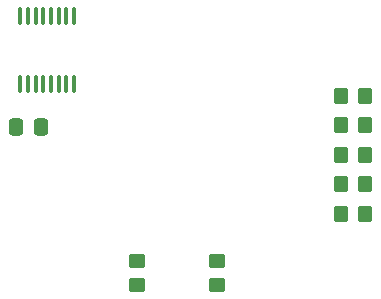
<source format=gbp>
%TF.GenerationSoftware,KiCad,Pcbnew,7.0.6*%
%TF.CreationDate,2023-07-13T14:40:27+02:00*%
%TF.ProjectId,RH_HeadLogicBoard_FreeJoy,52485f48-6561-4644-9c6f-676963426f61,rev?*%
%TF.SameCoordinates,Original*%
%TF.FileFunction,Paste,Bot*%
%TF.FilePolarity,Positive*%
%FSLAX46Y46*%
G04 Gerber Fmt 4.6, Leading zero omitted, Abs format (unit mm)*
G04 Created by KiCad (PCBNEW 7.0.6) date 2023-07-13 14:40:27*
%MOMM*%
%LPD*%
G01*
G04 APERTURE LIST*
G04 Aperture macros list*
%AMRoundRect*
0 Rectangle with rounded corners*
0 $1 Rounding radius*
0 $2 $3 $4 $5 $6 $7 $8 $9 X,Y pos of 4 corners*
0 Add a 4 corners polygon primitive as box body*
4,1,4,$2,$3,$4,$5,$6,$7,$8,$9,$2,$3,0*
0 Add four circle primitives for the rounded corners*
1,1,$1+$1,$2,$3*
1,1,$1+$1,$4,$5*
1,1,$1+$1,$6,$7*
1,1,$1+$1,$8,$9*
0 Add four rect primitives between the rounded corners*
20,1,$1+$1,$2,$3,$4,$5,0*
20,1,$1+$1,$4,$5,$6,$7,0*
20,1,$1+$1,$6,$7,$8,$9,0*
20,1,$1+$1,$8,$9,$2,$3,0*%
G04 Aperture macros list end*
%ADD10RoundRect,0.100000X-0.100000X0.637500X-0.100000X-0.637500X0.100000X-0.637500X0.100000X0.637500X0*%
%ADD11RoundRect,0.250000X-0.337500X-0.475000X0.337500X-0.475000X0.337500X0.475000X-0.337500X0.475000X0*%
%ADD12RoundRect,0.250000X-0.350000X-0.450000X0.350000X-0.450000X0.350000X0.450000X-0.350000X0.450000X0*%
%ADD13RoundRect,0.250000X0.350000X0.450000X-0.350000X0.450000X-0.350000X-0.450000X0.350000X-0.450000X0*%
%ADD14RoundRect,0.250000X-0.450000X0.350000X-0.450000X-0.350000X0.450000X-0.350000X0.450000X0.350000X0*%
G04 APERTURE END LIST*
D10*
X34050000Y-42837500D03*
X34700000Y-42837500D03*
X35350000Y-42837500D03*
X36000000Y-42837500D03*
X36650000Y-42837500D03*
X37300000Y-42837500D03*
X37950000Y-42837500D03*
X38600000Y-42837500D03*
X38600000Y-48562500D03*
X37950000Y-48562500D03*
X37300000Y-48562500D03*
X36650000Y-48562500D03*
X36000000Y-48562500D03*
X35350000Y-48562500D03*
X34700000Y-48562500D03*
X34050000Y-48562500D03*
D11*
X33682500Y-52280000D03*
X35757500Y-52280000D03*
D12*
X61225000Y-49600000D03*
X63225000Y-49600000D03*
D13*
X63225000Y-57100000D03*
X61225000Y-57100000D03*
X63225000Y-54600000D03*
X61225000Y-54600000D03*
D12*
X61225000Y-52100000D03*
X63225000Y-52100000D03*
D14*
X50700000Y-63600000D03*
X50700000Y-65600000D03*
D13*
X63225000Y-59600000D03*
X61225000Y-59600000D03*
D14*
X43900000Y-63600000D03*
X43900000Y-65600000D03*
M02*

</source>
